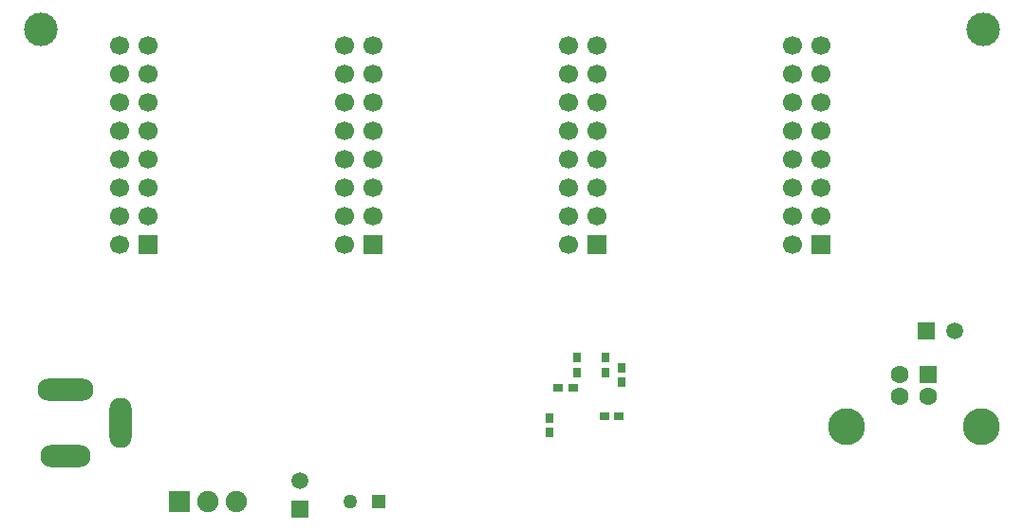
<source format=gbs>
G04 DipTrace 2.4.0.2*
%INMainBoard.GBS*%
%MOMM*%
%ADD27R,0.7X0.9*%
%ADD28R,0.9X0.7*%
%ADD30C,1.27*%
%ADD31R,1.27X1.27*%
%ADD32R,1.7X1.7*%
%ADD33C,1.7*%
%ADD34O,5.0X2.0*%
%ADD35O,4.5X2.0*%
%ADD36O,2.0X4.5*%
%ADD37R,1.5X1.5*%
%ADD38C,1.5*%
%ADD39R,1.6X1.6*%
%ADD40C,1.6*%
%ADD41C,3.3*%
%ADD46R,1.9X1.9*%
%ADD47C,1.9*%
%ADD56C,3.0*%
%FSLAX53Y53*%
G04*
G71*
G90*
G75*
G01*
%LNBotMask*%
%LPD*%
D27*
X58300Y16680D3*
Y15380D3*
X53340Y10001D3*
Y11301D3*
X55800Y16670D3*
Y15370D3*
D28*
X54134Y13970D3*
X55434D3*
D27*
X59750Y15770D3*
Y14470D3*
D28*
X59540Y11460D3*
X58240D3*
D30*
X35560Y3810D3*
D31*
X38100D3*
D56*
X8000Y46000D3*
X92000D3*
D32*
X77570Y26810D3*
D33*
X75030D3*
X77570Y29350D3*
X75030D3*
X77570Y31890D3*
X75030D3*
X77570Y34430D3*
X75030D3*
X77570Y36970D3*
X75030D3*
X77570Y39510D3*
X75030D3*
X77570Y42050D3*
X75030D3*
X77570Y44590D3*
X75030D3*
D32*
X57570Y26810D3*
D33*
X55030D3*
X57570Y29350D3*
X55030D3*
X57570Y31890D3*
X55030D3*
X57570Y34430D3*
X55030D3*
X57570Y36970D3*
X55030D3*
X57570Y39510D3*
X55030D3*
X57570Y42050D3*
X55030D3*
X57570Y44590D3*
X55030D3*
D34*
X10190Y13870D3*
D35*
Y7870D3*
D36*
X15090Y10870D3*
D37*
X86995Y19050D3*
D38*
X89535D3*
D39*
X87105Y15200D3*
D40*
X84605D3*
Y13200D3*
X87105D3*
D41*
X79835Y10490D3*
X91875D3*
D32*
X37570Y26810D3*
D33*
X35030D3*
X37570Y29350D3*
X35030D3*
X37570Y31890D3*
X35030D3*
X37570Y34430D3*
X35030D3*
X37570Y36970D3*
X35030D3*
X37570Y39510D3*
X35030D3*
X37570Y42050D3*
X35030D3*
X37570Y44590D3*
X35030D3*
D32*
X17570Y26810D3*
D33*
X15030D3*
X17570Y29350D3*
X15030D3*
X17570Y31890D3*
X15030D3*
X17570Y34430D3*
X15030D3*
X17570Y36970D3*
X15030D3*
X17570Y39510D3*
X15030D3*
X17570Y42050D3*
X15030D3*
X17570Y44590D3*
X15030D3*
D37*
X31115Y3175D3*
D38*
Y5715D3*
D46*
X20320Y3810D3*
D47*
X22860D3*
X25400D3*
M02*

</source>
